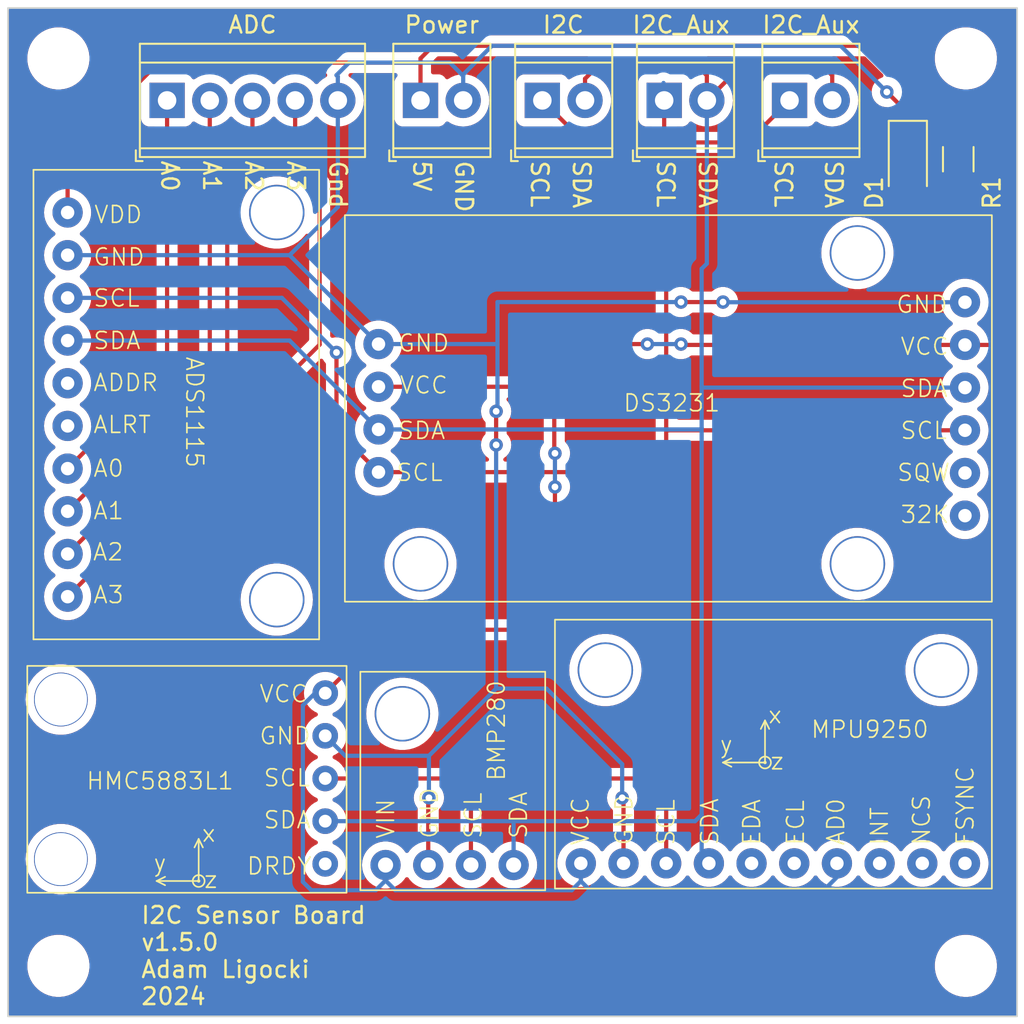
<source format=kicad_pcb>
(kicad_pcb (version 20240108) (generator "pcbnew") (generator_version "8.0")
  (layers (0 "F.Cu" signal) (31 "B.Cu" signal) (34 "B.Paste" user) (35 "F.Paste" user) (36 "B.SilkS" user "B.Silkscreen") (37 "F.SilkS" user "F.Silkscreen") (38 "B.Mask" user) (39 "F.Mask" user) (44 "Edge.Cuts" user))
  (net 0 "")
  (net 1 "VCC")
  (net 2 "GND")
  (net 3 "SCL")
  (net 4 "SDA")
  (net 5 "A0")
  (net 6 "A1")
  (net 7 "A2")
  (net 8 "A3")
  (net 11 "Net-(D1-A)")
  (footprint "my_footprint_lib:bmp280" (layer "F.Cu") (at 151.92 122.5 90)
    (property "Reference" "BMP280" (at 9.5 -2.9 90) (layer "F.SilkS") (effects (font (thickness 0.1))))
    (property "Value" "~" (hide yes))
    (fp_line (start 13 -11) (end 0 -11) (stroke (width 0.1)) (layer "F.SilkS"))
    (fp_line (start 0 -11) (end 0 0) (stroke (width 0.1)) (layer "F.SilkS"))
    (fp_line (start 13 0) (end 13 -11) (stroke (width 0.1)) (layer "F.SilkS"))
    (fp_line (start 0 0) (end 13 0) (stroke (width 0.1)) (layer "F.SilkS"))
    (fp_text user "SDA" (at 3 -1 90) (layer "F.SilkS") (effects (font (thickness 0.1)) (justify left bottom)))
    (fp_text user "GND" (at 3 -6.3 90) (layer "F.SilkS") (effects (font (thickness 0.1)) (justify left bottom)))
    (fp_text user "SCL" (at 3 -3.7 90) (layer "F.SilkS") (effects (font (thickness 0.1)) (justify left bottom)))
    (fp_text user "VIN" (at 3 -8.9 90) (layer "F.SilkS") (effects (font (thickness 0.1)) (justify left bottom)))
    (pad "" thru_hole circle (at 10.5 -8.5 90) (size 3.3 3.3) (drill 3.1) (layers "*.Cu" "*.Mask"))
    (pad "1" thru_hole circle (at 1.5 -9.5 90) (size 1.8 1.8) (drill 0.9) (layers "*.Cu" "*.Mask") (net 1 "VCC"))
    (pad "2" thru_hole circle (at 1.5 -6.96 90) (size 1.8 1.8) (drill 0.9) (layers "*.Cu" "*.Mask") (net 2 "GND"))
    (pad "3" thru_hole circle (at 1.5 -4.42 90) (size 1.8 1.8) (drill 0.9) (layers "*.Cu" "*.Mask") (net 3 "SCL"))
    (pad "4" thru_hole circle (at 1.5 -1.88 90) (size 1.8 1.8) (drill 0.9) (layers "*.Cu" "*.Mask") (net 4 "SDA"))
  )
  (footprint "my_footprint_lib:MPU-9250" (layer "F.Cu") (at 152.5 122.4)
    (property "Reference" "MPU9250" (at 18.738 -9.47 0) (layer "F.SilkS") (effects (font (thickness 0.1))))
    (property "Value" "~")
    (fp_line (start 10 -7.5) (end 10.5 -7.25) (stroke (width 0.1)) (layer "F.SilkS"))
    (fp_line (start 10.5 -7.75) (end 10 -7.5) (stroke (width 0.1)) (layer "F.SilkS"))
    (fp_line (start 12.5 -10) (end 12.25 -9.5) (stroke (width 0.1)) (layer "F.SilkS"))
    (fp_line (start 12.5 -10) (end 12.75 -9.5) (stroke (width 0.1)) (layer "F.SilkS"))
    (fp_line (start 12.5 -7.5) (end 10 -7.5) (stroke (width 0.1)) (layer "F.SilkS"))
    (fp_line (start 12.5 -7.5) (end 12.5 -10) (stroke (width 0.1)) (layer "F.SilkS"))
    (fp_rect (start 0 -16) (end 26 0) (stroke (width 0.1)) (fill none) (layer "F.SilkS"))
    (fp_circle (center 12.5 -7.5) (end 12.25 -7.75) (stroke (width 0.1)) (fill none) (layer "F.SilkS"))
    (fp_circle (center 12.5 -7.5) (end 12.5 -7.45) (stroke (width 0.1)) (fill none) (layer "F.SilkS"))
    (fp_text user "VCC" (at 2.1 -2.5 90) (layer "F.SilkS") (effects (font (thickness 0.1)) (justify left bottom)))
    (fp_text user "SCL" (at 7.2 -2.5 90) (layer "F.SilkS") (effects (font (thickness 0.1)) (justify left bottom)))
    (fp_text user "z" (at 12.75 -7 0) (layer "F.SilkS") (effects (font (thickness 0.1)) (justify left bottom)))
    (fp_text user "NCS" (at 22.4 -2.5 90) (layer "F.SilkS") (effects (font (thickness 0.1)) (justify left bottom)))
    (fp_text user "EDA" (at 12.3 -2.5 90) (layer "F.SilkS") (effects (font (thickness 0.1)) (justify left bottom)))
    (fp_text user "GND" (at 4.7 -2.5 90) (layer "F.SilkS") (effects (font (thickness 0.1)) (justify left bottom)))
    (fp_text user "ECL" (at 14.9 -2.5 90) (layer "F.SilkS") (effects (font (thickness 0.1)) (justify left bottom)))
    (fp_text user "y" (at 9.75 -8 0) (layer "F.SilkS") (effects (font (thickness 0.1)) (justify left bottom)))
    (fp_text user "AD0" (at 17.3 -2.5 90) (layer "F.SilkS") (effects (font (thickness 0.1)) (justify left bottom)))
    (fp_text user "INT" (at 19.9 -2.5 90) (layer "F.SilkS") (effects (font (thickness 0.1)) (justify left bottom)))
    (fp_text user "FSYNC" (at 25 -2.5 90) (layer "F.SilkS") (effects (font (thickness 0.1)) (justify left bottom)))
    (fp_text user "SDA" (at 9.8 -2.5 90) (layer "F.SilkS") (effects (font (thickness 0.1)) (justify left bottom)))
    (fp_text user "x" (at 12.625 -9.75 0) (layer "F.SilkS") (effects (font (thickness 0.1)) (justify left bottom)))
    (pad "" thru_hole circle (at 3 -13) (size 3.3 3.3) (drill 3.1) (layers "*.Cu" "*.Mask"))
    (pad "" thru_hole circle (at 23 -13) (size 3.3 3.3) (drill 3.1) (layers "*.Cu" "*.Mask"))
    (pad "1" thru_hole circle (at 1.54 -1.5) (size 1.8 1.8) (drill 0.8) (layers "*.Cu" "*.Mask") (net 1 "VCC"))
    (pad "2" thru_hole circle (at 4.08 -1.5) (size 1.8 1.8) (drill 0.8) (layers "*.Cu" "*.Mask") (net 2 "GND"))
    (pad "3" thru_hole circle (at 6.62 -1.5) (size 1.8 1.8) (drill 0.8) (layers "*.Cu" "*.Mask") (net 3 "SCL"))
    (pad "4" thru_hole circle (at 9.16 -1.5) (size 1.8 1.8) (drill 0.8) (layers "*.Cu" "*.Mask") (net 4 "SDA"))
    (pad "5" thru_hole circle (at 11.7 -1.5) (size 1.8 1.8) (drill 0.8) (layers "*.Cu" "*.Mask"))
    (pad "6" thru_hole circle (at 14.24 -1.5) (size 1.8 1.8) (drill 0.8) (layers "*.Cu" "*.Mask"))
    (pad "7" thru_hole circle (at 16.78 -1.5) (size 1.8 1.8) (drill 0.8) (layers "*.Cu" "*.Mask") (net 1 "VCC"))
    (pad "8" thru_hole circle (at 19.32 -1.5) (size 1.8 1.8) (drill 0.8) (layers "*.Cu" "*.Mask"))
    (pad "9" thru_hole circle (at 21.86 -1.5) (size 1.8 1.8) (drill 0.8) (layers "*.Cu" "*.Mask"))
    (pad "10" thru_hole circle (at 24.4 -1.5) (size 1.8 1.8) (drill 0.8) (layers "*.Cu" "*.Mask"))
  )
  (footprint "my_footprint_lib:HMC5883L" (layer "F.Cu") (at 121.1 122.65)
    (property "Reference" "HMC5883L1" (at 7.9 -6.65 0) (layer "F.SilkS") (effects (font (thickness 0.1))))
    (property "Value" "~")
    (fp_line (start 7.7 -0.7) (end 8.2 -0.45) (stroke (width 0.1)) (layer "F.SilkS"))
    (fp_line (start 8.2 -0.95) (end 7.7 -0.7) (stroke (width 0.1)) (layer "F.SilkS"))
    (fp_line (start 10.2 -3.2) (end 9.95 -2.7) (stroke (width 0.1)) (layer "F.SilkS"))
    (fp_line (start 10.2 -3.2) (end 10.45 -2.7) (stroke (width 0.1)) (layer "F.SilkS"))
    (fp_line (start 10.2 -0.7) (end 7.7 -0.7) (stroke (width 0.1)) (layer "F.SilkS"))
    (fp_line (start 10.2 -0.7) (end 10.2 -3.2) (stroke (width 0.1)) (layer "F.SilkS"))
    (fp_rect (start 19 0) (end 0 -13.5) (stroke (width 0.1)) (fill none) (layer "F.SilkS"))
    (fp_circle (center 10.2 -0.7) (end 9.95 -0.95) (stroke (width 0.1)) (fill none) (layer "F.SilkS"))
    (fp_circle (center 10.2 -0.7) (end 10.2 -0.65) (stroke (width 0.1)) (fill none) (layer "F.SilkS"))
    (fp_text user "x" (at 10.325 -2.95 0) (layer "F.SilkS") (effects (font (thickness 0.1)) (justify left bottom)))
    (fp_text user "y" (at 7.45 -1.2 0) (layer "F.SilkS") (effects (font (thickness 0.1)) (justify left bottom)))
    (fp_text user "DRDY" (at 13 -1 0) (layer "F.SilkS") (effects (font (thickness 0.1)) (justify left bottom)))
    (fp_text user "VCC" (at 13.75 -11.25 0) (layer "F.SilkS") (effects (font (thickness 0.1)) (justify left bottom)))
    (fp_text user "SCL" (at 14 -6.25 0) (layer "F.SilkS") (effects (font (thickness 0.1)) (justify left bottom)))
    (fp_text user "GND" (at 13.75 -8.75 0) (layer "F.SilkS") (effects (font (thickness 0.1)) (justify left bottom)))
    (fp_text user "z" (at 10.45 -0.2 0) (layer "F.SilkS") (effects (font (thickness 0.1)) (justify left bottom)))
    (fp_text user "SDA" (at 14 -3.75 0) (layer "F.SilkS") (effects (font (thickness 0.1)) (justify left bottom)))
    (pad "" thru_hole circle (at 2 -11.5 180) (size 3.2 3.2) (drill 3.1) (layers "*.Cu" "*.Mask"))
    (pad "" thru_hole circle (at 2 -2 180) (size 3.2 3.2) (drill 3.1) (layers "*.Cu" "*.Mask"))
    (pad "1" thru_hole circle (at 17.73 -11.88 180) (size 1.524 1.524) (drill 0.762) (layers "*.Cu" "*.Mask") (net 1 "VCC"))
    (pad "2" thru_hole circle (at 17.73 -9.34 180) (size 1.524 1.524) (drill 0.762) (layers "*.Cu" "*.Mask") (net 2 "GND"))
    (pad "3" thru_hole circle (at 17.73 -6.8 180) (size 1.524 1.524) (drill 0.762) (layers "*.Cu" "*.Mask") (net 3 "SCL"))
    (pad "4" thru_hole circle (at 17.73 -4.26 180) (size 1.524 1.524) (drill 0.762) (layers "*.Cu" "*.Mask") (net 4 "SDA"))
    (pad "5" thru_hole circle (at 17.73 -1.72 180) (size 1.524 1.524) (drill 0.762) (layers "*.Cu" "*.Mask"))
  )
  (footprint "TerminalBlock_TE-Connectivity:TerminalBlock_TE_282834-2_1x02_P2.54mm_Horizontal" (layer "F.Cu") (at 151.75 75.5)
    (property "Reference" "J2" (hide yes))
    (property "Value" "I2C" (at 1.25 -4.5 0) (layer "F.SilkS"))
    (fp_line (start -1.86 2.97) (end -1.86 3.61) (stroke (width 0.12)) (layer "F.SilkS"))
    (fp_line (start -1.86 3.61) (end -1.46 3.61) (stroke (width 0.12)) (layer "F.SilkS"))
    (fp_line (start -1.62 -3.37) (end -1.62 3.37) (stroke (width 0.12)) (layer "F.SilkS"))
    (fp_line (start -1.62 -3.37) (end 4.16 -3.37) (stroke (width 0.12)) (layer "F.SilkS"))
    (fp_line (start -1.62 -2.25) (end 4.16 -2.25) (stroke (width 0.12)) (layer "F.SilkS"))
    (fp_line (start -1.62 2.85) (end 4.16 2.85) (stroke (width 0.12)) (layer "F.SilkS"))
    (fp_line (start -1.62 3.37) (end 4.16 3.37) (stroke (width 0.12)) (layer "F.SilkS"))
    (fp_line (start 4.16 -3.37) (end 4.16 3.37) (stroke (width 0.12)) (layer "F.SilkS"))
    (pad "1" thru_hole rect (at 0 0) (size 2.1 2.1) (drill 1.1) (layers "*.Cu" "*.Mask") (net 3 "SCL"))
    (pad "2" thru_hole circle (at 2.54 0) (size 2.1 2.1) (drill 1.1) (layers "*.Cu" "*.Mask") (net 4 "SDA"))
  )
  (footprint "MountingHole:MountingHole_3.2mm_M3" (layer "F.Cu") (at 122.952 73)
    (property "Reference" "H2" (hide yes))
    (property "Value" "MountingHole" (hide yes))
    (pad "" np_thru_hole circle (at 0 0) (size 3.2 3.2) (drill 3.2) (layers "*.Cu" "*.Mask"))
  )
  (footprint "MountingHole:MountingHole_3.2mm_M3" (layer "F.Cu") (at 176.952 127)
    (property "Reference" "H3" (hide yes))
    (property "Value" "MountingHole" (hide yes))
    (pad "" np_thru_hole circle (at 0 0) (size 3.2 3.2) (drill 3.2) (layers "*.Cu" "*.Mask"))
  )
  (footprint "my_footprint_lib:rtc_ds3231" (layer "F.Cu") (at 140 82.23)
    (property "Reference" "DS3231" (at 19.45 11.28 0) (layer "F.SilkS") (effects (font (thickness 0.1))))
    (property "Value" "~" (hide yes))
    (fp_rect (start 38.5 23.1) (end 0 0.1) (stroke (width 0.1)) (fill none) (layer "F.SilkS"))
    (fp_text user "SCL" (at 33 13.5 0) (layer "F.SilkS") (effects (font (thickness 0.1)) (justify left bottom)))
    (fp_text user "SCL" (at 3 16 0) (layer "F.SilkS") (effects (font (thickness 0.1)) (justify left bottom)))
    (fp_text user "32K" (at 33 18.5 0) (layer "F.SilkS") (effects (font (thickness 0.1)) (justify left bottom)))
    (fp_text user "GND" (at 32.75 6 0) (layer "F.SilkS") (effects (font (thickness 0.1)) (justify left bottom)))
    (fp_text user "VCC" (at 3.2 10.8 0) (layer "F.SilkS") (effects (font (thickness 0.1)) (justify left bottom)))
    (fp_text user "SDA" (at 3.1 13.5 0) (layer "F.SilkS") (effects (font (thickness 0.1)) (justify left bottom)))
    (fp_text user "SQW" (at 32.8 16 0) (layer "F.SilkS") (effects (font (thickness 0.1)) (justify left bottom)))
    (fp_text user "VCC" (at 33 8.5 0) (layer "F.SilkS") (effects (font (thickness 0.1)) (justify left bottom)))
    (fp_text user "GND" (at 3.1 8.3 0) (layer "F.SilkS") (effects (font (thickness 0.1)) (justify left bottom)))
    (fp_text user "SDA" (at 33 11 0) (layer "F.SilkS") (effects (font (thickness 0.1)) (justify left bottom)))
    (pad "" thru_hole circle (at 4.5 20.85 180) (size 3.3 3.3) (drill 3.1) (layers "*.Cu" "*.Mask"))
    (pad "" thru_hole circle (at 30.5 2.35 180) (size 3.3 3.3) (drill 3.1) (layers "*.Cu" "*.Mask"))
    (pad "" thru_hole circle (at 30.5 20.85 180) (size 3.3 3.3) (drill 3.1) (layers "*.Cu" "*.Mask"))
    (pad "1" thru_hole circle (at 36.9 17.98 180) (size 1.8 1.8) (drill 0.8) (layers "*.Cu" "*.Mask"))
    (pad "2" thru_hole circle (at 36.9 15.44 180) (size 1.8 1.8) (drill 0.8) (layers "*.Cu" "*.Mask"))
    (pad "3" thru_hole circle (at 2 15.39 180) (size 1.8 1.8) (drill 0.8) (layers "*.Cu" "*.Mask") (net 3 "SCL"))
    (pad "3" thru_hole circle (at 36.9 12.9 180) (size 1.8 1.8) (drill 0.8) (layers "*.Cu" "*.Mask") (net 3 "SCL"))
    (pad "4" thru_hole circle (at 2 12.85 180) (size 1.8 1.8) (drill 0.8) (layers "*.Cu" "*.Mask") (net 4 "SDA"))
    (pad "4" thru_hole circle (at 36.9 10.36 180) (size 1.8 1.8) (drill 0.8) (layers "*.Cu" "*.Mask") (net 4 "SDA"))
    (pad "5" thru_hole circle (at 2 10.31 180) (size 1.8 1.8) (drill 0.8) (layers "*.Cu" "*.Mask") (net 1 "VCC"))
    (pad "5" thru_hole circle (at 36.9 7.82 180) (size 1.8 1.8) (drill 0.8) (layers "*.Cu" "*.Mask") (net 1 "VCC"))
    (pad "6" thru_hole circle (at 2 7.77 180) (size 1.8 1.8) (drill 0.8) (layers "*.Cu" "*.Mask") (net 2 "GND"))
    (pad "6" thru_hole circle (at 36.9 5.28 180) (size 1.8 1.8) (drill 0.8) (layers "*.Cu" "*.Mask") (net 2 "GND"))
  )
  (footprint "Resistor_SMD:R_1206_3216Metric" (layer "F.Cu") (at 176.5 79 -90)
    (property "Reference" "R1" (at 2 -2 90) (layer "F.SilkS"))
    (property "Value" "R" (hide yes))
    (fp_line (start -0.727064 0.91) (end 0.727064 0.91) (stroke (width 0.12)) (layer "F.SilkS"))
    (fp_line (start -0.727064 -0.91) (end 0.727064 -0.91) (stroke (width 0.12)) (layer "F.SilkS"))
    (pad "1" smd roundrect (at -1.4625 0 270) (size 1.125 1.75) (layers "F.Cu" "F.Paste" "F.Mask") (roundrect_rratio 0.222222) (net 1 "VCC"))
    (pad "2" smd roundrect (at 1.4625 0 270) (size 1.125 1.75) (layers "F.Cu" "F.Paste" "F.Mask") (roundrect_rratio 0.222222) (net 11 "Net-(D1-A)"))
  )
  (footprint "MountingHole:MountingHole_3.2mm_M3" (layer "F.Cu") (at 176.952 73)
    (property "Reference" "H1" (hide yes))
    (property "Value" "MountingHole" (hide yes))
    (pad "" np_thru_hole circle (at 0 0) (size 3.2 3.2) (drill 3.2) (layers "*.Cu" "*.Mask"))
  )
  (footprint "LED_SMD:LED_1206_3216Metric" (layer "F.Cu") (at 173.5 79 -90)
    (property "Reference" "D1" (at 2 2 90) (layer "F.SilkS"))
    (property "Value" "LED" (hide yes))
    (fp_line (start -2.285 1.135) (end 1.6 1.135) (stroke (width 0.12)) (layer "F.SilkS"))
    (fp_line (start -2.285 -1.135) (end -2.285 1.135) (stroke (width 0.12)) (layer "F.SilkS"))
    (fp_line (start 1.6 -1.135) (end -2.285 -1.135) (stroke (width 0.12)) (layer "F.SilkS"))
    (pad "1" smd roundrect (at -1.4 0 270) (size 1.25 1.75) (layers "F.Cu" "F.Paste" "F.Mask") (roundrect_rratio 0.2) (net 2 "GND"))
    (pad "2" smd roundrect (at 1.4 0 270) (size 1.25 1.75) (layers "F.Cu" "F.Paste" "F.Mask") (roundrect_rratio 0.2) (net 11 "Net-(D1-A)"))
  )
  (footprint "TerminalBlock_TE-Connectivity:TerminalBlock_TE_282834-2_1x02_P2.54mm_Horizontal" (layer "F.Cu") (at 144.5 75.5)
    (property "Reference" "J1" (hide yes))
    (property "Value" "Power" (at 1.27 -4.5 0) (layer "F.SilkS"))
    (fp_line (start -1.86 2.97) (end -1.86 3.61) (stroke (width 0.12)) (layer "F.SilkS"))
    (fp_line (start -1.86 3.61) (end -1.46 3.61) (stroke (width 0.12)) (layer "F.SilkS"))
    (fp_line (start -1.62 -3.37) (end -1.62 3.37) (stroke (width 0.12)) (layer "F.SilkS"))
    (fp_line (start -1.62 -3.37) (end 4.16 -3.37) (stroke (width 0.12)) (layer "F.SilkS"))
    (fp_line (start -1.62 -2.25) (end 4.16 -2.25) (stroke (width 0.12)) (layer "F.SilkS"))
    (fp_line (start -1.62 2.85) (end 4.16 2.85) (stroke (width 0.12)) (layer "F.SilkS"))
    (fp_line (start -1.62 3.37) (end 4.16 3.37) (stroke (width 0.12)) (layer "F.SilkS"))
    (fp_line (start 4.16 -3.37) (end 4.16 3.37) (stroke (width 0.12)) (layer "F.SilkS"))
    (pad "1" thru_hole rect (at 0 0) (size 2.1 2.1) (drill 1.1) (layers "*.Cu" "*.Mask") (net 1 "VCC"))
    (pad "2" thru_hole circle (at 2.54 0) (size 2.1 2.1) (drill 1.1) (layers "*.Cu" "*.Mask") (net 2 "GND"))
  )
  (footprint "TerminalBlock_TE-Connectivity:TerminalBlock_TE_282834-2_1x02_P2.54mm_Horizontal" (layer "F.Cu") (at 159 75.5)
    (property "Reference" "J3" (hide yes))
    (property "Value" "I2C_Aux" (at 1 -4.5 0) (layer "F.SilkS"))
    (fp_line (start -1.86 2.97) (end -1.86 3.61) (stroke (width 0.12)) (layer "F.SilkS"))
    (fp_line (start -1.86 3.61) (end -1.46 3.61) (stroke (width 0.12)) (layer "F.SilkS"))
    (fp_line (start -1.62 -3.37) (end -1.62 3.37) (stroke (width 0.12)) (layer "F.SilkS"))
    (fp_line (start -1.62 -3.37) (end 4.16 -3.37) (stroke (width 0.12)) (layer "F.SilkS"))
    (fp_line (start -1.62 -2.25) (end 4.16 -2.25) (stroke (width 0.12)) (layer "F.SilkS"))
    (fp_line (start -1.62 2.85) (end 4.16 2.85) (stroke (width 0.12)) (layer "F.SilkS"))
    (fp_line (start -1.62 3.37) (end 4.16 3.37) (stroke (width 0.12)) (layer "F.SilkS"))
    (fp_line (start 4.16 -3.37) (end 4.16 3.37) (stroke (width 0.12)) (layer "F.SilkS"))
    (pad "1" thru_hole rect (at 0 0) (size 2.1 2.1) (drill 1.1) (layers "*.Cu" "*.Mask") (net 3 "SCL"))
    (pad "2" thru_hole circle (at 2.54 0) (size 2.1 2.1) (drill 1.1) (layers "*.Cu" "*.Mask") (net 4 "SDA"))
  )
  (footprint "TerminalBlock_TE-Connectivity:TerminalBlock_TE_282834-2_1x02_P2.54mm_Horizontal" (layer "F.Cu") (at 166.46 75.5)
    (property "Reference" "J5" (hide yes))
    (property "Value" "I2C_Aux" (at 1.27 -4.5 0) (layer "F.SilkS"))
    (fp_line (start -1.86 2.97) (end -1.86 3.61) (stroke (width 0.12)) (layer "F.SilkS"))
    (fp_line (start -1.86 3.61) (end -1.46 3.61) (stroke (width 0.12)) (layer "F.SilkS"))
    (fp_line (start -1.62 -3.37) (end -1.62 3.37) (stroke (width 0.12)) (layer "F.SilkS"))
    (fp_line (start -1.62 -3.37) (end 4.16 -3.37) (stroke (width 0.12)) (layer "F.SilkS"))
    (fp_line (start -1.62 -2.25) (end 4.16 -2.25) (stroke (width 0.12)) (layer "F.SilkS"))
    (fp_line (start -1.62 2.85) (end 4.16 2.85) (stroke (width 0.12)) (layer "F.SilkS"))
    (fp_line (start -1.62 3.37) (end 4.16 3.37) (stroke (width 0.12)) (layer "F.SilkS"))
    (fp_line (start 4.16 -3.37) (end 4.16 3.37) (stroke (width 0.12)) (layer "F.SilkS"))
    (pad "1" thru_hole rect (at 0 0) (size 2.1 2.1) (drill 1.1) (layers "*.Cu" "*.Mask") (net 3 "SCL"))
    (pad "2" thru_hole circle (at 2.54 0) (size 2.1 2.1) (drill 1.1) (layers "*.Cu" "*.Mask") (net 4 "SDA"))
  )
  (footprint "MountingHole:MountingHole_3.2mm_M3" (layer "F.Cu") (at 122.952 127)
    (property "Reference" "H4" (hide yes))
    (property "Value" "MountingHole" (hide yes))
    (pad "" np_thru_hole circle (at 0 0) (size 3.2 3.2) (drill 3.2) (layers "*.Cu" "*.Mask"))
  )
  (footprint "TerminalBlock_TE-Connectivity:TerminalBlock_TE_282834-5_1x05_P2.54mm_Horizontal" (layer "F.Cu") (at 129.42 75.5)
    (property "Reference" "J4" (hide yes))
    (property "Value" "ADC" (at 5.08 -4.5 0) (layer "F.SilkS"))
    (fp_line (start -1.86 2.97) (end -1.86 3.61) (stroke (width 0.12)) (layer "F.SilkS"))
    (fp_line (start -1.86 3.61) (end -1.46 3.61) (stroke (width 0.12)) (layer "F.SilkS"))
    (fp_line (start -1.62 -3.37) (end -1.62 3.37) (stroke (width 0.12)) (layer "F.SilkS"))
    (fp_line (start -1.62 -3.37) (end 11.78 -3.37) (stroke (width 0.12)) (layer "F.SilkS"))
    (fp_line (start -1.62 -2.25) (end 11.78 -2.25) (stroke (width 0.12)) (layer "F.SilkS"))
    (fp_line (start -1.62 2.85) (end 11.78 2.85) (stroke (width 0.12)) (layer "F.SilkS"))
    (fp_line (start -1.62 3.37) (end 11.78 3.37) (stroke (width 0.12)) (layer "F.SilkS"))
    (fp_line (start 11.78 -3.37) (end 11.78 3.37) (stroke (width 0.12)) (layer "F.SilkS"))
    (pad "1" thru_hole rect (at 0 0) (size 2.1 2.1) (drill 1.1) (layers "*.Cu" "*.Mask") (net 5 "A0"))
    (pad "2" thru_hole circle (at 2.54 0) (size 2.1 2.1) (drill 1.1) (layers "*.Cu" "*.Mask") (net 6 "A1"))
    (pad "3" thru_hole circle (at 5.08 0) (size 2.1 2.1) (drill 1.1) (layers "*.Cu" "*.Mask") (net 7 "A2"))
    (pad "4" thru_hole circle (at 7.62 0) (size 2.1 2.1) (drill 1.1) (layers "*.Cu" "*.Mask") (net 8 "A3"))
    (pad "5" thru_hole circle (at 10.16 0) (size 2.1 2.1) (drill 1.1) (layers "*.Cu" "*.Mask") (net 2 "GND"))
  )
  (footprint "my_footprint_lib:ADS1115" (layer "F.Cu") (at 121.468 79.63 -90)
    (property "Reference" "U1" (hide yes))
    (property "Value" "~")
    (fp_line (start 0 0) (end 27.94 0) (stroke (width 0.1)) (layer "F.SilkS"))
    (fp_line (start 27.94 0) (end 27.94 -17) (stroke (width 0.1)) (layer "F.SilkS"))
    (fp_line (start 0 -17) (end 0 0) (stroke (width 0.1)) (layer "F.SilkS"))
    (fp_line (start 27.94 -17) (end 0 -17) (stroke (width 0.1)) (layer "F.SilkS"))
    (fp_text user "SCL" (at 8.225 -3.5 0) (layer "F.SilkS") (effects (font (thickness 0.1)) (justify left bottom)))
    (fp_text user "A3" (at 25.875 -3.5 0) (layer "F.SilkS") (effects (font (thickness 0.1)) (justify left bottom)))
    (fp_text user "SDA" (at 10.75 -3.5 0) (layer "F.SilkS") (effects (font (thickness 0.1)) (justify left bottom)))
    (fp_text user "A2" (at 23.325 -3.475 0) (layer "F.SilkS") (effects (font (thickness 0.1)) (justify left bottom)))
    (fp_text user "GND" (at 5.775 -3.5 0) (layer "F.SilkS") (effects (font (thickness 0.1)) (justify left bottom)))
    (fp_text user "ADDR" (at 13.25 -3.5 0) (layer "F.SilkS") (effects (font (thickness 0.1)) (justify left bottom)))
    (fp_text user "ADS1115" (at 11.048 -9.004 -90) (layer "F.SilkS") (effects (font (thickness 0.1)) (justify left bottom)))
    (fp_text user "A1" (at 20.875 -3.5 0) (layer "F.SilkS") (effects (font (thickness 0.1)) (justify left bottom)))
    (fp_text user "VDD" (at 3.25 -3.55 0) (layer "F.SilkS") (effects (font (thickness 0.1)) (justify left bottom)))
    (fp_text user "A0" (at 18.35 -3.5 0) (layer "F.SilkS") (effects (font (thickness 0.1)) (justify left bottom)))
    (fp_text user "ALRT" (at 15.75 -3.5 0) (layer "F.SilkS") (effects (font (thickness 0.1)) (justify left bottom)))
    (pad "" thru_hole circle (at 2.54 -14.478 270) (size 3.3 3.3) (drill 3.1) (layers "*.Cu" "*.Mask"))
    (pad "" thru_hole circle (at 25.577341 -14.478 270) (size 3.3 3.3) (drill 3.1) (layers "*.Cu" "*.Mask"))
    (pad "1" thru_hole circle (at 2.54 -2.032 270) (size 1.8 1.8) (drill 0.8) (layers "*.Cu" "*.Mask") (net 1 "VCC"))
    (pad "2" thru_hole circle (at 5.08 -2.032 270) (size 1.8 1.8) (drill 0.8) (layers "*.Cu" "*.Mask") (net 2 "GND"))
    (pad "3" thru_hole circle (at 7.62 -2.032 270) (size 1.8 1.8) (drill 0.8) (layers "*.Cu" "*.Mask") (net 3 "SCL"))
    (pad "4" thru_hole circle (at 10.16 -2.032 270) (size 1.8 1.8) (drill 0.8) (layers "*.Cu" "*.Mask") (net 4 "SDA"))
    (pad "5" thru_hole circle (at 12.7 -2.032 270) (size 1.8 1.8) (drill 0.8) (layers "*.Cu" "*.Mask"))
    (pad "6" thru_hole circle (at 15.24 -2.032 270) (size 1.8 1.8) (drill 0.8) (layers "*.Cu" "*.Mask"))
    (pad "7" thru_hole circle (at 17.78 -2.032 270) (size 1.8 1.8) (drill 0.8) (layers "*.Cu" "*.Mask") (net 5 "A0"))
    (pad "8" thru_hole circle (at 20.32 -2.032 270) (size 1.8 1.8) (drill 0.8) (layers "*.Cu" "*.Mask") (net 6 "A1"))
    (pad "9" thru_hole circle (at 22.86 -2.032 270) (size 1.8 1.8) (drill 0.8) (layers "*.Cu" "*.Mask") (net 7 "A2"))
    (pad "10" thru_hole circle (at 25.4 -2.032 270) (size 1.8 1.8) (drill 0.8) (layers "*.Cu" "*.Mask") (net 8 "A3"))
  )
  (gr_rect (start 119.952 70) (end 180 130.004) (stroke (width 0.1)) (fill none) (layer "Edge.Cuts"))
  (gr_text "SDA" (at 161 79 -90) (layer "F.SilkS") (effects (font (size 1 1)) (justify left bottom)))
  (gr_text "SCL" (at 151 79 -90) (layer "F.SilkS") (effects (font (size 1 1)) (justify left bottom)))
  (gr_text "GND" (at 146.5 79 -90) (layer "F.SilkS") (effects (font (size 1 1)) (justify left bottom)))
  (gr_text "Gnd" (at 139 79 -90) (layer "F.SilkS") (effects (font (size 1 1)) (justify left bottom)))
  (gr_text "5V\n" (at 144 79 -90) (layer "F.SilkS") (effects (font (size 1 1)) (justify left bottom)))
  (gr_text "SCL" (at 165.5 79 -90) (layer "F.SilkS") (effects (font (size 1 1)) (justify left bottom)))
  (gr_text "SCL" (at 158.5 79 -90) (layer "F.SilkS") (effects (font (size 1 1)) (justify left bottom)))
  (gr_text "A3" (at 136.5 79 -90) (layer "F.SilkS") (effects (font (size 1 1)) (justify left bottom)))
  (gr_text "SDA" (at 168.5 79 -90) (layer "F.SilkS") (effects (font (size 1 1)) (justify left bottom)))
  (gr_text "I2C Sensor Board\nv1.5.0\nAdam Ligocki\n2024\n" (at 127.8 129.4 0) (layer "F.SilkS") (effects (font (size 1 1)) (justify left bottom)))
  (gr_text "A2" (at 134 79 -90) (layer "F.SilkS") (effects (font (size 1 1)) (justify left bottom)))
  (gr_text "SDA" (at 153.5 79 -90) (layer "F.SilkS") (effects (font (size 1 1)) (justify left bottom)))
  (gr_text "A0" (at 129 79 -90) (layer "F.SilkS") (effects (font (size 1 1)) (justify left bottom)))
  (gr_text "A1" (at 131.5 79 -90) (layer "F.SilkS") (effects (font (size 1 1)) (justify left bottom)))
  (segment (start 142 92.54) (end 152.46 92.54) (width 0.25) (layer "F.Cu") (net 1))
  (segment (start 123.5 78.67) (end 128.92 73.25) (width 0.25) (layer "F.Cu") (net 1))
  (segment (start 155 90) (end 158 90) (width 0.25) (layer "F.Cu") (net 1))
  (segment (start 144.5 75.5) (end 144.5 73.25) (width 0.25) (layer "F.Cu") (net 1))
  (segment (start 138.83 110.77) (end 142.6 107) (width 0.25) (layer "F.Cu") (net 1))
  (segment (start 144.5 73.25) (end 144.5 73) (width 0.25) (layer "F.Cu") (net 1))
  (segment (start 179 78.5) (end 179 89.5) (width 0.25) (layer "F.Cu") (net 1))
  (segment (start 145.25 72.25) (end 171.2125 72.25) (width 0.25) (layer "F.Cu") (net 1))
  (segment (start 150.5 107) (end 152.5 105) (width 0.25) (layer "F.Cu") (net 1))
  (segment (start 142.6 107) (end 150.5 107) (width 0.25) (layer "F.Cu") (net 1))
  (segment (start 178.0375 77.5375) (end 179 78.5) (width 0.25) (layer "F.Cu") (net 1))
  (segment (start 176.9 90.05) (end 160.05 90.05) (width 0.25) (layer "F.Cu") (net 1))
  (segment (start 152.46 96.46) (end 152.5 96.5) (width 0.25) (layer "F.Cu") (net 1))
  (segment (start 171.2125 72.25) (end 176.5 77.5375) (width 0.25) (layer "F.Cu") (net 1))
  (segment (start 160.05 90.05) (end 160 90) (width 0.25) (layer "F.Cu") (net 1))
  (segment (start 179 89.5) (end 178.45 90.05) (width 0.25) (layer "F.Cu") (net 1))
  (segment (start 128.92 73.25) (end 144.5 73.25) (width 0.25) (layer "F.Cu") (net 1))
  (segment (start 144.5 73) (end 145.25 72.25) (width 0.25) (layer "F.Cu") (net 1))
  (segment (start 152.46 92.54) (end 152.46 96.46) (width 0.25) (layer "F.Cu") (net 1))
  (segment (start 152.5 105) (end 152.5 98.5) (width 0.25) (layer "F.Cu") (net 1))
  (segment (start 123.5 82.17) (end 123.5 78.67) (width 0.25) (layer "F.Cu") (net 1))
  (segment (start 176.5 77.5375) (end 178.0375 77.5375) (width 0.25) (layer "F.Cu") (net 1))
  (segment (start 178.45 90.05) (end 176.9 90.05) (width 0.25) (layer "F.Cu") (net 1))
  (segment (start 152.46 92.54) (end 155 90) (width 0.25) (layer "F.Cu") (net 1))
  (via (at 160 90) (size 0.8) (drill 0.4) (layers "F.Cu" "B.Cu") (net 1))
  (via (at 152.5 98.5) (size 0.8) (drill 0.4) (layers "F.Cu" "B.Cu") (net 1))
  (via (at 158 90) (size 0.8) (drill 0.4) (layers "F.Cu" "B.Cu") (net 1))
  (via (at 152.5 96.5) (size 0.8) (drill 0.4) (layers "F.Cu" "B.Cu") (net 1))
  (segment (start 152.5 96.5) (end 152.5 98.5) (width 0.25) (layer "B.Cu") (net 1))
  (segment (start 143 122.5) (end 142.42 121.92) (width 0.25) (layer "B.Cu") (net 1))
  (segment (start 154.04 121.96) (end 153.5 122.5) (width 0.25) (layer "B.Cu") (net 1))
  (segment (start 138 122.5) (end 141.84 122.5) (width 0.25) (layer "B.Cu") (net 1))
  (segment (start 169.28 121.72) (end 169.28 120.9) (width 0.25) (layer "B.Cu") (net 1))
  (segment (start 154.04 121.96) (end 154.58 122.5) (width 0.25) (layer "B.Cu") (net 1))
  (segment (start 142.42 121.92) (end 142.42 121) (width 0.25) (layer "B.Cu") (net 1))
  (segment (start 168.5 122.5) (end 169.28 121.72) (width 0.25) (layer "B.Cu") (net 1))
  (segment (start 153.5 122.5) (end 143 122.5) (width 0.25) (layer "B.Cu") (net 1))
  (segment (start 138.23 110.77) (end 137.5 111.5) (width 0.25) (layer "B.Cu") (net 1))
  (segment (start 138.83 110.77) (end 138.23 110.77) (width 0.25) (layer "B.Cu") (net 1))
  (segment (start 154.58 122.5) (end 168.5 122.5) (width 0.25) (layer "B.Cu") (net 1))
  (segment (start 154.04 120.9) (end 154.04 121.96) (width 0.25) (layer "B.Cu") (net 1))
  (segment (start 137.5 111.5) (end 137.5 122) (width 0.25) (layer "B.Cu") (net 1))
  (segment (start 141.84 122.5) (end 142.42 121.92) (width 0.25) (layer "B.Cu") (net 1))
  (segment (start 160 90) (end 158 90) (width 0.25) (layer "B.Cu") (net 1))
  (segment (start 137.5 122) (end 138 122.5) (width 0.25) (layer "B.Cu") (net 1))
  (segment (start 149 96) (end 149 94) (width 0.25) (layer "F.Cu") (net 2))
  (segment (start 173.5 77.6) (end 173.5 76.25) (width 0.25) (layer "F.Cu") (net 2))
  (segment (start 144.96 117.04) (end 145 117) (width 0.25) (layer "F.Cu") (net 2))
  (segment (start 156.58 120.9) (end 156.58 117.08) (width 0.25) (layer "F.Cu") (net 2))
  (segment (start 162.5 87.5) (end 160 87.5) (width 0.25) (layer "F.Cu") (net 2))
  (segment (start 156.58 117.08) (end 156.5 117) (width 0.25) (layer "F.Cu") (net 2))
  (segment (start 173.5 76.25) (end 172.25 75) (width 0.25) (layer "F.Cu") (net 2))
  (segment (start 144.96 121) (end 144.96 117.04) (width 0.25) (layer "F.Cu") (net 2))
  (via (at 162.5 87.5) (size 0.8) (drill 0.4) (layers "F.Cu" "B.Cu") (net 2))
  (via (at 160 87.5) (size 0.8) (drill 0.4) (layers "F.Cu" "B.Cu") (net 2))
  (via (at 172.25 75) (size 0.8) (drill 0.4) (layers "F.Cu" "B.Cu") (net 2))
  (via (at 149 96) (size 0.8) (drill 0.4) (layers "F.Cu" "B.Cu") (net 2))
  (via (at 145 117) (size 0.8) (drill 0.4) (layers "F.Cu" "B.Cu") (net 2))
  (via (at 149 94) (size 0.8) (drill 0.4) (layers "F.Cu" "B.Cu") (net 2))
  (via (at 156.5 117) (size 0.8) (drill 0.4) (layers "F.Cu" "B.Cu") (net 2))
  (segment (start 149 110.5) (end 149 96) (width 0.25) (layer "B.Cu") (net 2))
  (segment (start 152 110.5) (end 149 110.5) (width 0.25) (layer "B.Cu") (net 2))
  (segment (start 146.25 73.25) (end 140.25 73.25) (width 0.25) (layer "B.Cu") (net 2))
  (segment (start 147 74) (end 147.04 74.04) (width 0.25) (layer "B.Cu") (net 2))
  (segment (start 169.5 72.25) (end 148.75 72.25) (width 0.25) (layer "B.Cu") (net 2))
  (segment (start 138.83 113.31) (end 140.02 114.5) (width 0.25) (layer "B.Cu") (net 2))
  (segment (start 149.08 90) (end 149.08 87.5) (width 0.25) (layer "B.Cu") (net 2))
  (segment (start 147 74) (end 146.25 73.25) (width 0.25) (layer "B.Cu") (net 2))
  (segment (start 148.75 72.25) (end 147 74) (width 0.25) (layer "B.Cu") (net 2))
  (segment (start 176.9 87.51) (end 162.51 87.51) (width 0.25) (layer "B.Cu") (net 2))
  (segment (start 149 94) (end 149.08 93.92) (width 0.25) (layer "B.Cu") (net 2))
  (segment (start 149.08 93.92) (end 149.08 90) (width 0.25) (layer "B.Cu") (net 2))
  (segment (start 145 117) (end 145 114.5) (width 0.25) (layer "B.Cu") (net 2))
  (segment (start 140.02 114.5) (end 145 114.5) (width 0.25) (layer "B.Cu") (net 2))
  (segment (start 142 90) (end 149.08 90) (width 0.25) (layer "B.Cu") (net 2))
  (segment (start 172.25 75) (end 169.5 72.25) (width 0.25) (layer "B.Cu") (net 2))
  (segment (start 147.04 74.04) (end 147.04 75.5) (width 0.25) (layer "B.Cu") (net 2))
  (segment (start 156.5 115) (end 152 110.5) (width 0.25) (layer "B.Cu") (net 2))
  (segment (start 162.51 87.51) (end 162.5 87.5) (width 0.25) (layer "B.Cu") (net 2))
  (segment (start 160 87.5) (end 149.08 87.5) (width 0.25) (layer "B.Cu") (net 2))
  (segment (start 142 90) (end 136.71 84.71) (width 0.25) (layer "B.Cu") (net 2))
  (segment (start 145 114.5) (end 149 110.5) (width 0.25) (layer "B.Cu") (net 2))
  (segment (start 140.25 73.25) (end 139.5 74) (width 0.25) (layer "B.Cu") (net 2))
  (segment (start 139.58 74.08) (end 139.58 75.5) (width 0.25) (layer "B.Cu") (net 2))
  (segment (start 136.71 84.71) (end 139.58 81.84) (width 0.25) (layer "B.Cu") (net 2))
  (segment (start 136.71 84.71) (end 123.5 84.71) (width 0.25) (layer "B.Cu") (net 2))
  (segment (start 139.58 81.84) (end 139.58 75.5) (width 0.25) (layer "B.Cu") (net 2))
  (segment (start 156.5 117) (end 156.5 115) (width 0.25) (layer "B.Cu") (net 2))
  (segment (start 139.5 74) (end 139.58 74.08) (width 0.25) (layer "B.Cu") (net 2))
  (segment (start 163.96 78) (end 159 78) (width 0.25) (layer "F.Cu") (net 3))
  (segment (start 151.75 75.5) (end 154.25 78) (width 0.25) (layer "F.Cu") (net 3))
  (segment (start 159.12 115.5) (end 159.12 97.5) (width 0.25) (layer "F.Cu") (net 3))
  (segment (start 142 97.62) (end 139.5 95.12) (width 0.25) (layer "F.Cu") (net 3))
  (segment (start 166.46 75.5) (end 163.96 78) (width 0.25) (layer "F.Cu") (net 3))
  (segment (start 176.9 95.13) (end 159.25 95.13) (width 0.25) (layer "F.Cu") (net 3))
  (segment (start 147.5 121) (end 147.5 116.35) (width 0.25) (layer "F.Cu") (net 3))
  (segment (start 159.25 95.13) (end 159.12 95) (width 0.25) (layer "F.Cu") (net 3))
  (segment (start 159.12 85.38) (end 159 85.26) (width 0.25) (layer "F.Cu") (net 3))
  (segment (start 139.5 95.12) (end 139.5 90.5) (width 0.25) (layer "F.Cu") (net 3))
  (segment (start 154.25 78) (end 159 78) (width 0.25) (layer "F.Cu") (net 3))
  (segment (start 148 115.85) (end 158.77 115.85) (width 0.25) (layer "F.Cu") (net 3))
  (segment (start 159 97.62) (end 159.12 97.5) (width 0.25) (layer "F.Cu") (net 3))
  (segment (start 147.5 116.35) (end 148 115.85) (width 0.25) (layer "F.Cu") (net 3))
  (segment (start 159 78) (end 159 75.5) (width 0.25) (layer "F.Cu") (net 3))
  (segment (start 159.12 95) (end 159.12 85.38) (width 0.25) (layer "F.Cu") (net 3))
  (segment (start 159.12 120.9) (end 159.12 115.5) (width 0.25) (layer "F.Cu") (net 3))
  (segment (start 142 97.62) (end 159 97.62) (width 0.25) (layer "F.Cu") (net 3))
  (segment (start 158.77 115.85) (end 159.12 115.5) (width 0.25) (layer "F.Cu") (net 3))
  (segment (start 138.83 115.85) (end 148 115.85) (width 0.25) (layer "F.Cu") (net 3))
  (segment (start 159 85.26) (end 159 78) (width 0.25) (layer "F.Cu") (net 3))
  (segment (start 159.12 97.5) (end 159.12 95) (width 0.25) (layer "F.Cu") (net 3))
  (via (at 139.5 90.5) (size 0.8) (drill 0.4) (layers "F.Cu" "B.Cu") (net 3))
  (segment (start 123.5 87.25) (end 136.25 87.25) (width 0.25) (layer "B.Cu") (net 3))
  (segment (start 136.25 87.25) (end 139.5 90.5) (width 0.25) (layer "B.Cu") (net 3))
  (segment (start 158.96 74.46) (end 158.96 75.5) (width 0.25) (layer "B.Cu") (net 3))
  (segment (start 168.234924 73.25) (end 169 74.015076) (width 0.25) (layer "F.Cu") (net 4))
  (segment (start 154.29 74.21) (end 155.25 73.25) (width 0.25) (layer "F.Cu") (net 4))
  (segment (start 154.29 75.5) (end 154.29 74.21) (width 0.25) (layer "F.Cu") (net 4))
  (segment (start 169 74.015076) (end 169 75.5) (width 0.25) (layer "F.Cu") (net 4))
  (segment (start 155.25 73.25) (end 160.774924 73.25) (width 0.25) (layer "F.Cu") (net 4))
  (segment (start 161.54 74.015076) (end 161.54 75.5) (width 0.25) (layer "F.Cu") (net 4))
  (segment (start 161.54 75.5) (end 163.79 73.25) (width 0.25) (layer "F.Cu") (net 4))
  (segment (start 163.79 73.25) (end 168.234924 73.25) (width 0.25) (layer "F.Cu") (net 4))
  (segment (start 160.774924 73.25) (end 161.54 74.015076) (width 0.25) (layer "F.Cu") (net 4))
  (segment (start 161.23 118) (end 161.23 120.47) (width 0.25) (layer "B.Cu") (net 4))
  (segment (start 150.04 118.43) (end 150 118.39) (width 0.25) (layer "B.Cu") (net 4))
  (segment (start 161.54 85.21) (end 161.54 75.5) (width 0.25) (layer "B.Cu") (net 4))
  (segment (start 176.9 92.59) (end 161.32 92.59) (width 0.25) (layer "B.Cu") (net 4))
  (segment (start 161.23 120.47) (end 161.66 120.9) (width 0.25) (layer "B.Cu") (net 4))
  (segment (start 161.23 95) (end 161.23 118) (width 0.25) (layer "B.Cu") (net 4))
  (segment (start 123.5 89.79) (end 136.71 89.79) (width 0.25) (layer "B.Cu") (net 4))
  (segment (start 161.32 92.59) (end 161.23 92.5) (width 0.25) (layer "B.Cu") (net 4))
  (segment (start 136.71 89.79) (end 142 95.08) (width 0.25) (layer "B.Cu") (net 4))
  (segment (start 160.84 118.39) (end 161.23 118) (width 0.25) (layer "B.Cu") (net 4))
  (segment (start 138.83 118.39) (end 150 118.39) (width 0.25) (layer "B.Cu") (net 4))
  (segment (start 161.15 95.08) (end 161.23 95) (width 0.25) (layer "B.Cu") (net 4))
  (segment (start 161.23 85.52) (end 161.54 85.21) (width 0.25) (layer "B.Cu") (net 4))
  (segment (start 150.04 121) (end 150.04 118.43) (width 0.25) (layer "B.Cu") (net 4))
  (segment (start 161.23 92.5) (end 161.23 85.52) (width 0.25) (layer "B.Cu") (net 4))
  (segment (start 142 95.08) (end 161.15 95.08) (width 0.25) (layer "B.Cu") (net 4))
  (segment (start 161.23 92.5) (end 161.23 95) (width 0.25) (layer "B.Cu") (net 4))
  (segment (start 150 118.39) (end 160.84 118.39) (width 0.25) (layer "B.Cu") (net 4))
  (segment (start 129.42 91.49) (end 123.5 97.41) (width 0.25) (layer "F.Cu") (net 5))
  (segment (start 129.42 75.5) (end 129.42 91.49) (width 0.25) (layer "F.Cu") (net 5))
  (segment (start 123.5 99.95) (end 131.96 91.49) (width 0.25) (layer "F.Cu") (net 6))
  (segment (start 131.96 91.49) (end 131.96 75.5) (width 0.25) (layer "F.Cu") (net 6))
  (segment (start 123.5 102.49) (end 133 92.99) (width 0.25) (layer "F.Cu") (net 7))
  (segment (start 134.5 77.5) (end 134.5 75.5) (width 0.25) (layer "F.Cu") (net 7))
  (segment (start 133 92.99) (end 133 79) (width 0.25) (layer "F.Cu") (net 7))
  (segment (start 133 79) (end 134.5 77.5) (width 0.25) (layer "F.Cu") (net 7))
  (segment (start 138.5 90.03) (end 138.5 80.5) (width 0.25) (layer "F.Cu") (net 8))
  (segment (start 137.04 79.04) (end 137.04 75.5) (width 0.25) (layer "F.Cu") (net 8))
  (segment (start 123.5 105.03) (end 138.5 90.03) (width 0.25) (layer "F.Cu") (net 8))
  (segment (start 138.5 80.5) (end 137.04 79.04) (width 0.25) (layer "F.Cu") (net 8))
  (segment (start 176.4375 80.4) (end 176.5 80.4625) (width 0.25) (layer "F.Cu") (net 11))
  (segment (start 173.5 80.4) (end 176.4375 80.4) (width 0.25) (layer "F.Cu") (net 11))
  (zone (net 0) (net_name "") (layer "F.Cu") (connect_pads (clearance 0.5)) (min_thickness 0.25) (fill yes (thermal_gap 0.5) (thermal_bridge_width 0.5) (island_removal_mode 1) (island_area_min 10))
    (polygon (pts (xy 120 70) (xy 180 70) (xy 180 130) (xy 120 130)))
  )
  (zone (net 0) (net_name "") (layer "B.Cu") (priority 1) (connect_pads (clearance 0.5)) (min_thickness 0.25) (fill yes (thermal_gap 0.5) (thermal_bridge_width 0.5) (island_removal_mode 1) (island_area_min 10))
    (polygon (pts (xy 120 70) (xy 180 70) (xy 180 130) (xy 120 130)))
  )
)
</source>
